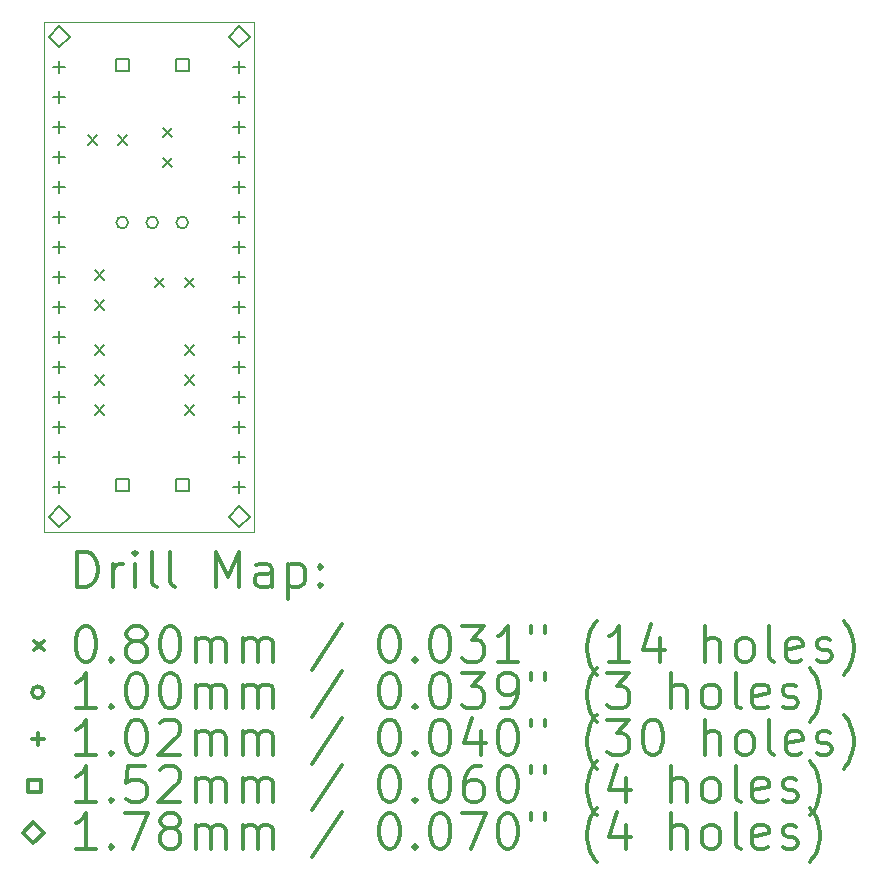
<source format=gbr>
%FSLAX45Y45*%
G04 Gerber Fmt 4.5, Leading zero omitted, Abs format (unit mm)*
G04 Created by KiCad (PCBNEW (5.1.5)-3) date 2020-04-12 12:52:30*
%MOMM*%
%LPD*%
G04 APERTURE LIST*
%TA.AperFunction,Profile*%
%ADD10C,0.100000*%
%TD*%
%ADD11C,0.200000*%
%ADD12C,0.300000*%
G04 APERTURE END LIST*
D10*
X13817600Y-6743700D02*
X13817600Y-11061700D01*
X15595600Y-6743700D02*
X13817600Y-6743700D01*
X15595600Y-11061700D02*
X15595600Y-6743700D01*
X13817600Y-11061700D02*
X15595600Y-11061700D01*
D11*
X14755500Y-8913500D02*
X14835500Y-8993500D01*
X14835500Y-8913500D02*
X14755500Y-8993500D01*
X14819000Y-7643500D02*
X14899000Y-7723500D01*
X14899000Y-7643500D02*
X14819000Y-7723500D01*
X14819000Y-7897500D02*
X14899000Y-7977500D01*
X14899000Y-7897500D02*
X14819000Y-7977500D01*
X14188000Y-7707000D02*
X14268000Y-7787000D01*
X14268000Y-7707000D02*
X14188000Y-7787000D01*
X14438000Y-7707000D02*
X14518000Y-7787000D01*
X14518000Y-7707000D02*
X14438000Y-7787000D01*
X15009500Y-8913500D02*
X15089500Y-8993500D01*
X15089500Y-8913500D02*
X15009500Y-8993500D01*
X14247500Y-9485000D02*
X14327500Y-9565000D01*
X14327500Y-9485000D02*
X14247500Y-9565000D01*
X14247500Y-9739000D02*
X14327500Y-9819000D01*
X14327500Y-9739000D02*
X14247500Y-9819000D01*
X14247500Y-9993000D02*
X14327500Y-10073000D01*
X14327500Y-9993000D02*
X14247500Y-10073000D01*
X15009500Y-9485000D02*
X15089500Y-9565000D01*
X15089500Y-9485000D02*
X15009500Y-9565000D01*
X15009500Y-9739000D02*
X15089500Y-9819000D01*
X15089500Y-9739000D02*
X15009500Y-9819000D01*
X15009500Y-9993000D02*
X15089500Y-10073000D01*
X15089500Y-9993000D02*
X15009500Y-10073000D01*
X14247500Y-8850000D02*
X14327500Y-8930000D01*
X14327500Y-8850000D02*
X14247500Y-8930000D01*
X14247500Y-9104000D02*
X14327500Y-9184000D01*
X14327500Y-9104000D02*
X14247500Y-9184000D01*
X14528000Y-8445500D02*
G75*
G03X14528000Y-8445500I-50000J0D01*
G01*
X14782000Y-8445500D02*
G75*
G03X14782000Y-8445500I-50000J0D01*
G01*
X15036000Y-8445500D02*
G75*
G03X15036000Y-8445500I-50000J0D01*
G01*
X13944600Y-7073900D02*
X13944600Y-7175500D01*
X13893800Y-7124700D02*
X13995400Y-7124700D01*
X13944600Y-7327900D02*
X13944600Y-7429500D01*
X13893800Y-7378700D02*
X13995400Y-7378700D01*
X13944600Y-7581900D02*
X13944600Y-7683500D01*
X13893800Y-7632700D02*
X13995400Y-7632700D01*
X13944600Y-7835900D02*
X13944600Y-7937500D01*
X13893800Y-7886700D02*
X13995400Y-7886700D01*
X13944600Y-8089900D02*
X13944600Y-8191500D01*
X13893800Y-8140700D02*
X13995400Y-8140700D01*
X13944600Y-8343900D02*
X13944600Y-8445500D01*
X13893800Y-8394700D02*
X13995400Y-8394700D01*
X13944600Y-8597900D02*
X13944600Y-8699500D01*
X13893800Y-8648700D02*
X13995400Y-8648700D01*
X13944600Y-8851900D02*
X13944600Y-8953500D01*
X13893800Y-8902700D02*
X13995400Y-8902700D01*
X13944600Y-9105900D02*
X13944600Y-9207500D01*
X13893800Y-9156700D02*
X13995400Y-9156700D01*
X13944600Y-9359900D02*
X13944600Y-9461500D01*
X13893800Y-9410700D02*
X13995400Y-9410700D01*
X13944600Y-9613900D02*
X13944600Y-9715500D01*
X13893800Y-9664700D02*
X13995400Y-9664700D01*
X13944600Y-9867900D02*
X13944600Y-9969500D01*
X13893800Y-9918700D02*
X13995400Y-9918700D01*
X13944600Y-10121900D02*
X13944600Y-10223500D01*
X13893800Y-10172700D02*
X13995400Y-10172700D01*
X13944600Y-10375900D02*
X13944600Y-10477500D01*
X13893800Y-10426700D02*
X13995400Y-10426700D01*
X13944600Y-10629900D02*
X13944600Y-10731500D01*
X13893800Y-10680700D02*
X13995400Y-10680700D01*
X15468600Y-7073900D02*
X15468600Y-7175500D01*
X15417800Y-7124700D02*
X15519400Y-7124700D01*
X15468600Y-7327900D02*
X15468600Y-7429500D01*
X15417800Y-7378700D02*
X15519400Y-7378700D01*
X15468600Y-7581900D02*
X15468600Y-7683500D01*
X15417800Y-7632700D02*
X15519400Y-7632700D01*
X15468600Y-7835900D02*
X15468600Y-7937500D01*
X15417800Y-7886700D02*
X15519400Y-7886700D01*
X15468600Y-8089900D02*
X15468600Y-8191500D01*
X15417800Y-8140700D02*
X15519400Y-8140700D01*
X15468600Y-8343900D02*
X15468600Y-8445500D01*
X15417800Y-8394700D02*
X15519400Y-8394700D01*
X15468600Y-8597900D02*
X15468600Y-8699500D01*
X15417800Y-8648700D02*
X15519400Y-8648700D01*
X15468600Y-8851900D02*
X15468600Y-8953500D01*
X15417800Y-8902700D02*
X15519400Y-8902700D01*
X15468600Y-9105900D02*
X15468600Y-9207500D01*
X15417800Y-9156700D02*
X15519400Y-9156700D01*
X15468600Y-9359900D02*
X15468600Y-9461500D01*
X15417800Y-9410700D02*
X15519400Y-9410700D01*
X15468600Y-9613900D02*
X15468600Y-9715500D01*
X15417800Y-9664700D02*
X15519400Y-9664700D01*
X15468600Y-9867900D02*
X15468600Y-9969500D01*
X15417800Y-9918700D02*
X15519400Y-9918700D01*
X15468600Y-10121900D02*
X15468600Y-10223500D01*
X15417800Y-10172700D02*
X15519400Y-10172700D01*
X15468600Y-10375900D02*
X15468600Y-10477500D01*
X15417800Y-10426700D02*
X15519400Y-10426700D01*
X15468600Y-10629900D02*
X15468600Y-10731500D01*
X15417800Y-10680700D02*
X15519400Y-10680700D01*
X14531741Y-10721741D02*
X14531741Y-10614259D01*
X14424259Y-10614259D01*
X14424259Y-10721741D01*
X14531741Y-10721741D01*
X15039741Y-10721741D02*
X15039741Y-10614259D01*
X14932259Y-10614259D01*
X14932259Y-10721741D01*
X15039741Y-10721741D01*
X14531741Y-7165741D02*
X14531741Y-7058259D01*
X14424259Y-7058259D01*
X14424259Y-7165741D01*
X14531741Y-7165741D01*
X15039741Y-7165741D02*
X15039741Y-7058259D01*
X14932259Y-7058259D01*
X14932259Y-7165741D01*
X15039741Y-7165741D01*
X15468600Y-6959600D02*
X15557500Y-6870700D01*
X15468600Y-6781800D01*
X15379700Y-6870700D01*
X15468600Y-6959600D01*
X13944600Y-6959600D02*
X14033500Y-6870700D01*
X13944600Y-6781800D01*
X13855700Y-6870700D01*
X13944600Y-6959600D01*
X15468600Y-11023600D02*
X15557500Y-10934700D01*
X15468600Y-10845800D01*
X15379700Y-10934700D01*
X15468600Y-11023600D01*
X13944600Y-11023600D02*
X14033500Y-10934700D01*
X13944600Y-10845800D01*
X13855700Y-10934700D01*
X13944600Y-11023600D01*
D12*
X14099028Y-11532414D02*
X14099028Y-11232414D01*
X14170457Y-11232414D01*
X14213314Y-11246700D01*
X14241886Y-11275271D01*
X14256171Y-11303843D01*
X14270457Y-11360986D01*
X14270457Y-11403843D01*
X14256171Y-11460986D01*
X14241886Y-11489557D01*
X14213314Y-11518129D01*
X14170457Y-11532414D01*
X14099028Y-11532414D01*
X14399028Y-11532414D02*
X14399028Y-11332414D01*
X14399028Y-11389557D02*
X14413314Y-11360986D01*
X14427600Y-11346700D01*
X14456171Y-11332414D01*
X14484743Y-11332414D01*
X14584743Y-11532414D02*
X14584743Y-11332414D01*
X14584743Y-11232414D02*
X14570457Y-11246700D01*
X14584743Y-11260986D01*
X14599028Y-11246700D01*
X14584743Y-11232414D01*
X14584743Y-11260986D01*
X14770457Y-11532414D02*
X14741886Y-11518129D01*
X14727600Y-11489557D01*
X14727600Y-11232414D01*
X14927600Y-11532414D02*
X14899028Y-11518129D01*
X14884743Y-11489557D01*
X14884743Y-11232414D01*
X15270457Y-11532414D02*
X15270457Y-11232414D01*
X15370457Y-11446700D01*
X15470457Y-11232414D01*
X15470457Y-11532414D01*
X15741886Y-11532414D02*
X15741886Y-11375271D01*
X15727600Y-11346700D01*
X15699028Y-11332414D01*
X15641886Y-11332414D01*
X15613314Y-11346700D01*
X15741886Y-11518129D02*
X15713314Y-11532414D01*
X15641886Y-11532414D01*
X15613314Y-11518129D01*
X15599028Y-11489557D01*
X15599028Y-11460986D01*
X15613314Y-11432414D01*
X15641886Y-11418129D01*
X15713314Y-11418129D01*
X15741886Y-11403843D01*
X15884743Y-11332414D02*
X15884743Y-11632414D01*
X15884743Y-11346700D02*
X15913314Y-11332414D01*
X15970457Y-11332414D01*
X15999028Y-11346700D01*
X16013314Y-11360986D01*
X16027600Y-11389557D01*
X16027600Y-11475271D01*
X16013314Y-11503843D01*
X15999028Y-11518129D01*
X15970457Y-11532414D01*
X15913314Y-11532414D01*
X15884743Y-11518129D01*
X16156171Y-11503843D02*
X16170457Y-11518129D01*
X16156171Y-11532414D01*
X16141886Y-11518129D01*
X16156171Y-11503843D01*
X16156171Y-11532414D01*
X16156171Y-11346700D02*
X16170457Y-11360986D01*
X16156171Y-11375271D01*
X16141886Y-11360986D01*
X16156171Y-11346700D01*
X16156171Y-11375271D01*
X13732600Y-11986700D02*
X13812600Y-12066700D01*
X13812600Y-11986700D02*
X13732600Y-12066700D01*
X14156171Y-11862414D02*
X14184743Y-11862414D01*
X14213314Y-11876700D01*
X14227600Y-11890986D01*
X14241886Y-11919557D01*
X14256171Y-11976700D01*
X14256171Y-12048129D01*
X14241886Y-12105271D01*
X14227600Y-12133843D01*
X14213314Y-12148129D01*
X14184743Y-12162414D01*
X14156171Y-12162414D01*
X14127600Y-12148129D01*
X14113314Y-12133843D01*
X14099028Y-12105271D01*
X14084743Y-12048129D01*
X14084743Y-11976700D01*
X14099028Y-11919557D01*
X14113314Y-11890986D01*
X14127600Y-11876700D01*
X14156171Y-11862414D01*
X14384743Y-12133843D02*
X14399028Y-12148129D01*
X14384743Y-12162414D01*
X14370457Y-12148129D01*
X14384743Y-12133843D01*
X14384743Y-12162414D01*
X14570457Y-11990986D02*
X14541886Y-11976700D01*
X14527600Y-11962414D01*
X14513314Y-11933843D01*
X14513314Y-11919557D01*
X14527600Y-11890986D01*
X14541886Y-11876700D01*
X14570457Y-11862414D01*
X14627600Y-11862414D01*
X14656171Y-11876700D01*
X14670457Y-11890986D01*
X14684743Y-11919557D01*
X14684743Y-11933843D01*
X14670457Y-11962414D01*
X14656171Y-11976700D01*
X14627600Y-11990986D01*
X14570457Y-11990986D01*
X14541886Y-12005271D01*
X14527600Y-12019557D01*
X14513314Y-12048129D01*
X14513314Y-12105271D01*
X14527600Y-12133843D01*
X14541886Y-12148129D01*
X14570457Y-12162414D01*
X14627600Y-12162414D01*
X14656171Y-12148129D01*
X14670457Y-12133843D01*
X14684743Y-12105271D01*
X14684743Y-12048129D01*
X14670457Y-12019557D01*
X14656171Y-12005271D01*
X14627600Y-11990986D01*
X14870457Y-11862414D02*
X14899028Y-11862414D01*
X14927600Y-11876700D01*
X14941886Y-11890986D01*
X14956171Y-11919557D01*
X14970457Y-11976700D01*
X14970457Y-12048129D01*
X14956171Y-12105271D01*
X14941886Y-12133843D01*
X14927600Y-12148129D01*
X14899028Y-12162414D01*
X14870457Y-12162414D01*
X14841886Y-12148129D01*
X14827600Y-12133843D01*
X14813314Y-12105271D01*
X14799028Y-12048129D01*
X14799028Y-11976700D01*
X14813314Y-11919557D01*
X14827600Y-11890986D01*
X14841886Y-11876700D01*
X14870457Y-11862414D01*
X15099028Y-12162414D02*
X15099028Y-11962414D01*
X15099028Y-11990986D02*
X15113314Y-11976700D01*
X15141886Y-11962414D01*
X15184743Y-11962414D01*
X15213314Y-11976700D01*
X15227600Y-12005271D01*
X15227600Y-12162414D01*
X15227600Y-12005271D02*
X15241886Y-11976700D01*
X15270457Y-11962414D01*
X15313314Y-11962414D01*
X15341886Y-11976700D01*
X15356171Y-12005271D01*
X15356171Y-12162414D01*
X15499028Y-12162414D02*
X15499028Y-11962414D01*
X15499028Y-11990986D02*
X15513314Y-11976700D01*
X15541886Y-11962414D01*
X15584743Y-11962414D01*
X15613314Y-11976700D01*
X15627600Y-12005271D01*
X15627600Y-12162414D01*
X15627600Y-12005271D02*
X15641886Y-11976700D01*
X15670457Y-11962414D01*
X15713314Y-11962414D01*
X15741886Y-11976700D01*
X15756171Y-12005271D01*
X15756171Y-12162414D01*
X16341886Y-11848129D02*
X16084743Y-12233843D01*
X16727600Y-11862414D02*
X16756171Y-11862414D01*
X16784743Y-11876700D01*
X16799028Y-11890986D01*
X16813314Y-11919557D01*
X16827600Y-11976700D01*
X16827600Y-12048129D01*
X16813314Y-12105271D01*
X16799028Y-12133843D01*
X16784743Y-12148129D01*
X16756171Y-12162414D01*
X16727600Y-12162414D01*
X16699028Y-12148129D01*
X16684743Y-12133843D01*
X16670457Y-12105271D01*
X16656171Y-12048129D01*
X16656171Y-11976700D01*
X16670457Y-11919557D01*
X16684743Y-11890986D01*
X16699028Y-11876700D01*
X16727600Y-11862414D01*
X16956171Y-12133843D02*
X16970457Y-12148129D01*
X16956171Y-12162414D01*
X16941886Y-12148129D01*
X16956171Y-12133843D01*
X16956171Y-12162414D01*
X17156171Y-11862414D02*
X17184743Y-11862414D01*
X17213314Y-11876700D01*
X17227600Y-11890986D01*
X17241886Y-11919557D01*
X17256171Y-11976700D01*
X17256171Y-12048129D01*
X17241886Y-12105271D01*
X17227600Y-12133843D01*
X17213314Y-12148129D01*
X17184743Y-12162414D01*
X17156171Y-12162414D01*
X17127600Y-12148129D01*
X17113314Y-12133843D01*
X17099028Y-12105271D01*
X17084743Y-12048129D01*
X17084743Y-11976700D01*
X17099028Y-11919557D01*
X17113314Y-11890986D01*
X17127600Y-11876700D01*
X17156171Y-11862414D01*
X17356171Y-11862414D02*
X17541886Y-11862414D01*
X17441886Y-11976700D01*
X17484743Y-11976700D01*
X17513314Y-11990986D01*
X17527600Y-12005271D01*
X17541886Y-12033843D01*
X17541886Y-12105271D01*
X17527600Y-12133843D01*
X17513314Y-12148129D01*
X17484743Y-12162414D01*
X17399028Y-12162414D01*
X17370457Y-12148129D01*
X17356171Y-12133843D01*
X17827600Y-12162414D02*
X17656171Y-12162414D01*
X17741886Y-12162414D02*
X17741886Y-11862414D01*
X17713314Y-11905271D01*
X17684743Y-11933843D01*
X17656171Y-11948129D01*
X17941886Y-11862414D02*
X17941886Y-11919557D01*
X18056171Y-11862414D02*
X18056171Y-11919557D01*
X18499028Y-12276700D02*
X18484743Y-12262414D01*
X18456171Y-12219557D01*
X18441886Y-12190986D01*
X18427600Y-12148129D01*
X18413314Y-12076700D01*
X18413314Y-12019557D01*
X18427600Y-11948129D01*
X18441886Y-11905271D01*
X18456171Y-11876700D01*
X18484743Y-11833843D01*
X18499028Y-11819557D01*
X18770457Y-12162414D02*
X18599028Y-12162414D01*
X18684743Y-12162414D02*
X18684743Y-11862414D01*
X18656171Y-11905271D01*
X18627600Y-11933843D01*
X18599028Y-11948129D01*
X19027600Y-11962414D02*
X19027600Y-12162414D01*
X18956171Y-11848129D02*
X18884743Y-12062414D01*
X19070457Y-12062414D01*
X19413314Y-12162414D02*
X19413314Y-11862414D01*
X19541886Y-12162414D02*
X19541886Y-12005271D01*
X19527600Y-11976700D01*
X19499028Y-11962414D01*
X19456171Y-11962414D01*
X19427600Y-11976700D01*
X19413314Y-11990986D01*
X19727600Y-12162414D02*
X19699028Y-12148129D01*
X19684743Y-12133843D01*
X19670457Y-12105271D01*
X19670457Y-12019557D01*
X19684743Y-11990986D01*
X19699028Y-11976700D01*
X19727600Y-11962414D01*
X19770457Y-11962414D01*
X19799028Y-11976700D01*
X19813314Y-11990986D01*
X19827600Y-12019557D01*
X19827600Y-12105271D01*
X19813314Y-12133843D01*
X19799028Y-12148129D01*
X19770457Y-12162414D01*
X19727600Y-12162414D01*
X19999028Y-12162414D02*
X19970457Y-12148129D01*
X19956171Y-12119557D01*
X19956171Y-11862414D01*
X20227600Y-12148129D02*
X20199028Y-12162414D01*
X20141886Y-12162414D01*
X20113314Y-12148129D01*
X20099028Y-12119557D01*
X20099028Y-12005271D01*
X20113314Y-11976700D01*
X20141886Y-11962414D01*
X20199028Y-11962414D01*
X20227600Y-11976700D01*
X20241886Y-12005271D01*
X20241886Y-12033843D01*
X20099028Y-12062414D01*
X20356171Y-12148129D02*
X20384743Y-12162414D01*
X20441886Y-12162414D01*
X20470457Y-12148129D01*
X20484743Y-12119557D01*
X20484743Y-12105271D01*
X20470457Y-12076700D01*
X20441886Y-12062414D01*
X20399028Y-12062414D01*
X20370457Y-12048129D01*
X20356171Y-12019557D01*
X20356171Y-12005271D01*
X20370457Y-11976700D01*
X20399028Y-11962414D01*
X20441886Y-11962414D01*
X20470457Y-11976700D01*
X20584743Y-12276700D02*
X20599028Y-12262414D01*
X20627600Y-12219557D01*
X20641886Y-12190986D01*
X20656171Y-12148129D01*
X20670457Y-12076700D01*
X20670457Y-12019557D01*
X20656171Y-11948129D01*
X20641886Y-11905271D01*
X20627600Y-11876700D01*
X20599028Y-11833843D01*
X20584743Y-11819557D01*
X13812600Y-12422700D02*
G75*
G03X13812600Y-12422700I-50000J0D01*
G01*
X14256171Y-12558414D02*
X14084743Y-12558414D01*
X14170457Y-12558414D02*
X14170457Y-12258414D01*
X14141886Y-12301271D01*
X14113314Y-12329843D01*
X14084743Y-12344129D01*
X14384743Y-12529843D02*
X14399028Y-12544129D01*
X14384743Y-12558414D01*
X14370457Y-12544129D01*
X14384743Y-12529843D01*
X14384743Y-12558414D01*
X14584743Y-12258414D02*
X14613314Y-12258414D01*
X14641886Y-12272700D01*
X14656171Y-12286986D01*
X14670457Y-12315557D01*
X14684743Y-12372700D01*
X14684743Y-12444129D01*
X14670457Y-12501271D01*
X14656171Y-12529843D01*
X14641886Y-12544129D01*
X14613314Y-12558414D01*
X14584743Y-12558414D01*
X14556171Y-12544129D01*
X14541886Y-12529843D01*
X14527600Y-12501271D01*
X14513314Y-12444129D01*
X14513314Y-12372700D01*
X14527600Y-12315557D01*
X14541886Y-12286986D01*
X14556171Y-12272700D01*
X14584743Y-12258414D01*
X14870457Y-12258414D02*
X14899028Y-12258414D01*
X14927600Y-12272700D01*
X14941886Y-12286986D01*
X14956171Y-12315557D01*
X14970457Y-12372700D01*
X14970457Y-12444129D01*
X14956171Y-12501271D01*
X14941886Y-12529843D01*
X14927600Y-12544129D01*
X14899028Y-12558414D01*
X14870457Y-12558414D01*
X14841886Y-12544129D01*
X14827600Y-12529843D01*
X14813314Y-12501271D01*
X14799028Y-12444129D01*
X14799028Y-12372700D01*
X14813314Y-12315557D01*
X14827600Y-12286986D01*
X14841886Y-12272700D01*
X14870457Y-12258414D01*
X15099028Y-12558414D02*
X15099028Y-12358414D01*
X15099028Y-12386986D02*
X15113314Y-12372700D01*
X15141886Y-12358414D01*
X15184743Y-12358414D01*
X15213314Y-12372700D01*
X15227600Y-12401271D01*
X15227600Y-12558414D01*
X15227600Y-12401271D02*
X15241886Y-12372700D01*
X15270457Y-12358414D01*
X15313314Y-12358414D01*
X15341886Y-12372700D01*
X15356171Y-12401271D01*
X15356171Y-12558414D01*
X15499028Y-12558414D02*
X15499028Y-12358414D01*
X15499028Y-12386986D02*
X15513314Y-12372700D01*
X15541886Y-12358414D01*
X15584743Y-12358414D01*
X15613314Y-12372700D01*
X15627600Y-12401271D01*
X15627600Y-12558414D01*
X15627600Y-12401271D02*
X15641886Y-12372700D01*
X15670457Y-12358414D01*
X15713314Y-12358414D01*
X15741886Y-12372700D01*
X15756171Y-12401271D01*
X15756171Y-12558414D01*
X16341886Y-12244129D02*
X16084743Y-12629843D01*
X16727600Y-12258414D02*
X16756171Y-12258414D01*
X16784743Y-12272700D01*
X16799028Y-12286986D01*
X16813314Y-12315557D01*
X16827600Y-12372700D01*
X16827600Y-12444129D01*
X16813314Y-12501271D01*
X16799028Y-12529843D01*
X16784743Y-12544129D01*
X16756171Y-12558414D01*
X16727600Y-12558414D01*
X16699028Y-12544129D01*
X16684743Y-12529843D01*
X16670457Y-12501271D01*
X16656171Y-12444129D01*
X16656171Y-12372700D01*
X16670457Y-12315557D01*
X16684743Y-12286986D01*
X16699028Y-12272700D01*
X16727600Y-12258414D01*
X16956171Y-12529843D02*
X16970457Y-12544129D01*
X16956171Y-12558414D01*
X16941886Y-12544129D01*
X16956171Y-12529843D01*
X16956171Y-12558414D01*
X17156171Y-12258414D02*
X17184743Y-12258414D01*
X17213314Y-12272700D01*
X17227600Y-12286986D01*
X17241886Y-12315557D01*
X17256171Y-12372700D01*
X17256171Y-12444129D01*
X17241886Y-12501271D01*
X17227600Y-12529843D01*
X17213314Y-12544129D01*
X17184743Y-12558414D01*
X17156171Y-12558414D01*
X17127600Y-12544129D01*
X17113314Y-12529843D01*
X17099028Y-12501271D01*
X17084743Y-12444129D01*
X17084743Y-12372700D01*
X17099028Y-12315557D01*
X17113314Y-12286986D01*
X17127600Y-12272700D01*
X17156171Y-12258414D01*
X17356171Y-12258414D02*
X17541886Y-12258414D01*
X17441886Y-12372700D01*
X17484743Y-12372700D01*
X17513314Y-12386986D01*
X17527600Y-12401271D01*
X17541886Y-12429843D01*
X17541886Y-12501271D01*
X17527600Y-12529843D01*
X17513314Y-12544129D01*
X17484743Y-12558414D01*
X17399028Y-12558414D01*
X17370457Y-12544129D01*
X17356171Y-12529843D01*
X17684743Y-12558414D02*
X17741886Y-12558414D01*
X17770457Y-12544129D01*
X17784743Y-12529843D01*
X17813314Y-12486986D01*
X17827600Y-12429843D01*
X17827600Y-12315557D01*
X17813314Y-12286986D01*
X17799028Y-12272700D01*
X17770457Y-12258414D01*
X17713314Y-12258414D01*
X17684743Y-12272700D01*
X17670457Y-12286986D01*
X17656171Y-12315557D01*
X17656171Y-12386986D01*
X17670457Y-12415557D01*
X17684743Y-12429843D01*
X17713314Y-12444129D01*
X17770457Y-12444129D01*
X17799028Y-12429843D01*
X17813314Y-12415557D01*
X17827600Y-12386986D01*
X17941886Y-12258414D02*
X17941886Y-12315557D01*
X18056171Y-12258414D02*
X18056171Y-12315557D01*
X18499028Y-12672700D02*
X18484743Y-12658414D01*
X18456171Y-12615557D01*
X18441886Y-12586986D01*
X18427600Y-12544129D01*
X18413314Y-12472700D01*
X18413314Y-12415557D01*
X18427600Y-12344129D01*
X18441886Y-12301271D01*
X18456171Y-12272700D01*
X18484743Y-12229843D01*
X18499028Y-12215557D01*
X18584743Y-12258414D02*
X18770457Y-12258414D01*
X18670457Y-12372700D01*
X18713314Y-12372700D01*
X18741886Y-12386986D01*
X18756171Y-12401271D01*
X18770457Y-12429843D01*
X18770457Y-12501271D01*
X18756171Y-12529843D01*
X18741886Y-12544129D01*
X18713314Y-12558414D01*
X18627600Y-12558414D01*
X18599028Y-12544129D01*
X18584743Y-12529843D01*
X19127600Y-12558414D02*
X19127600Y-12258414D01*
X19256171Y-12558414D02*
X19256171Y-12401271D01*
X19241886Y-12372700D01*
X19213314Y-12358414D01*
X19170457Y-12358414D01*
X19141886Y-12372700D01*
X19127600Y-12386986D01*
X19441886Y-12558414D02*
X19413314Y-12544129D01*
X19399028Y-12529843D01*
X19384743Y-12501271D01*
X19384743Y-12415557D01*
X19399028Y-12386986D01*
X19413314Y-12372700D01*
X19441886Y-12358414D01*
X19484743Y-12358414D01*
X19513314Y-12372700D01*
X19527600Y-12386986D01*
X19541886Y-12415557D01*
X19541886Y-12501271D01*
X19527600Y-12529843D01*
X19513314Y-12544129D01*
X19484743Y-12558414D01*
X19441886Y-12558414D01*
X19713314Y-12558414D02*
X19684743Y-12544129D01*
X19670457Y-12515557D01*
X19670457Y-12258414D01*
X19941886Y-12544129D02*
X19913314Y-12558414D01*
X19856171Y-12558414D01*
X19827600Y-12544129D01*
X19813314Y-12515557D01*
X19813314Y-12401271D01*
X19827600Y-12372700D01*
X19856171Y-12358414D01*
X19913314Y-12358414D01*
X19941886Y-12372700D01*
X19956171Y-12401271D01*
X19956171Y-12429843D01*
X19813314Y-12458414D01*
X20070457Y-12544129D02*
X20099028Y-12558414D01*
X20156171Y-12558414D01*
X20184743Y-12544129D01*
X20199028Y-12515557D01*
X20199028Y-12501271D01*
X20184743Y-12472700D01*
X20156171Y-12458414D01*
X20113314Y-12458414D01*
X20084743Y-12444129D01*
X20070457Y-12415557D01*
X20070457Y-12401271D01*
X20084743Y-12372700D01*
X20113314Y-12358414D01*
X20156171Y-12358414D01*
X20184743Y-12372700D01*
X20299028Y-12672700D02*
X20313314Y-12658414D01*
X20341886Y-12615557D01*
X20356171Y-12586986D01*
X20370457Y-12544129D01*
X20384743Y-12472700D01*
X20384743Y-12415557D01*
X20370457Y-12344129D01*
X20356171Y-12301271D01*
X20341886Y-12272700D01*
X20313314Y-12229843D01*
X20299028Y-12215557D01*
X13761800Y-12767900D02*
X13761800Y-12869500D01*
X13711000Y-12818700D02*
X13812600Y-12818700D01*
X14256171Y-12954414D02*
X14084743Y-12954414D01*
X14170457Y-12954414D02*
X14170457Y-12654414D01*
X14141886Y-12697271D01*
X14113314Y-12725843D01*
X14084743Y-12740129D01*
X14384743Y-12925843D02*
X14399028Y-12940129D01*
X14384743Y-12954414D01*
X14370457Y-12940129D01*
X14384743Y-12925843D01*
X14384743Y-12954414D01*
X14584743Y-12654414D02*
X14613314Y-12654414D01*
X14641886Y-12668700D01*
X14656171Y-12682986D01*
X14670457Y-12711557D01*
X14684743Y-12768700D01*
X14684743Y-12840129D01*
X14670457Y-12897271D01*
X14656171Y-12925843D01*
X14641886Y-12940129D01*
X14613314Y-12954414D01*
X14584743Y-12954414D01*
X14556171Y-12940129D01*
X14541886Y-12925843D01*
X14527600Y-12897271D01*
X14513314Y-12840129D01*
X14513314Y-12768700D01*
X14527600Y-12711557D01*
X14541886Y-12682986D01*
X14556171Y-12668700D01*
X14584743Y-12654414D01*
X14799028Y-12682986D02*
X14813314Y-12668700D01*
X14841886Y-12654414D01*
X14913314Y-12654414D01*
X14941886Y-12668700D01*
X14956171Y-12682986D01*
X14970457Y-12711557D01*
X14970457Y-12740129D01*
X14956171Y-12782986D01*
X14784743Y-12954414D01*
X14970457Y-12954414D01*
X15099028Y-12954414D02*
X15099028Y-12754414D01*
X15099028Y-12782986D02*
X15113314Y-12768700D01*
X15141886Y-12754414D01*
X15184743Y-12754414D01*
X15213314Y-12768700D01*
X15227600Y-12797271D01*
X15227600Y-12954414D01*
X15227600Y-12797271D02*
X15241886Y-12768700D01*
X15270457Y-12754414D01*
X15313314Y-12754414D01*
X15341886Y-12768700D01*
X15356171Y-12797271D01*
X15356171Y-12954414D01*
X15499028Y-12954414D02*
X15499028Y-12754414D01*
X15499028Y-12782986D02*
X15513314Y-12768700D01*
X15541886Y-12754414D01*
X15584743Y-12754414D01*
X15613314Y-12768700D01*
X15627600Y-12797271D01*
X15627600Y-12954414D01*
X15627600Y-12797271D02*
X15641886Y-12768700D01*
X15670457Y-12754414D01*
X15713314Y-12754414D01*
X15741886Y-12768700D01*
X15756171Y-12797271D01*
X15756171Y-12954414D01*
X16341886Y-12640129D02*
X16084743Y-13025843D01*
X16727600Y-12654414D02*
X16756171Y-12654414D01*
X16784743Y-12668700D01*
X16799028Y-12682986D01*
X16813314Y-12711557D01*
X16827600Y-12768700D01*
X16827600Y-12840129D01*
X16813314Y-12897271D01*
X16799028Y-12925843D01*
X16784743Y-12940129D01*
X16756171Y-12954414D01*
X16727600Y-12954414D01*
X16699028Y-12940129D01*
X16684743Y-12925843D01*
X16670457Y-12897271D01*
X16656171Y-12840129D01*
X16656171Y-12768700D01*
X16670457Y-12711557D01*
X16684743Y-12682986D01*
X16699028Y-12668700D01*
X16727600Y-12654414D01*
X16956171Y-12925843D02*
X16970457Y-12940129D01*
X16956171Y-12954414D01*
X16941886Y-12940129D01*
X16956171Y-12925843D01*
X16956171Y-12954414D01*
X17156171Y-12654414D02*
X17184743Y-12654414D01*
X17213314Y-12668700D01*
X17227600Y-12682986D01*
X17241886Y-12711557D01*
X17256171Y-12768700D01*
X17256171Y-12840129D01*
X17241886Y-12897271D01*
X17227600Y-12925843D01*
X17213314Y-12940129D01*
X17184743Y-12954414D01*
X17156171Y-12954414D01*
X17127600Y-12940129D01*
X17113314Y-12925843D01*
X17099028Y-12897271D01*
X17084743Y-12840129D01*
X17084743Y-12768700D01*
X17099028Y-12711557D01*
X17113314Y-12682986D01*
X17127600Y-12668700D01*
X17156171Y-12654414D01*
X17513314Y-12754414D02*
X17513314Y-12954414D01*
X17441886Y-12640129D02*
X17370457Y-12854414D01*
X17556171Y-12854414D01*
X17727600Y-12654414D02*
X17756171Y-12654414D01*
X17784743Y-12668700D01*
X17799028Y-12682986D01*
X17813314Y-12711557D01*
X17827600Y-12768700D01*
X17827600Y-12840129D01*
X17813314Y-12897271D01*
X17799028Y-12925843D01*
X17784743Y-12940129D01*
X17756171Y-12954414D01*
X17727600Y-12954414D01*
X17699028Y-12940129D01*
X17684743Y-12925843D01*
X17670457Y-12897271D01*
X17656171Y-12840129D01*
X17656171Y-12768700D01*
X17670457Y-12711557D01*
X17684743Y-12682986D01*
X17699028Y-12668700D01*
X17727600Y-12654414D01*
X17941886Y-12654414D02*
X17941886Y-12711557D01*
X18056171Y-12654414D02*
X18056171Y-12711557D01*
X18499028Y-13068700D02*
X18484743Y-13054414D01*
X18456171Y-13011557D01*
X18441886Y-12982986D01*
X18427600Y-12940129D01*
X18413314Y-12868700D01*
X18413314Y-12811557D01*
X18427600Y-12740129D01*
X18441886Y-12697271D01*
X18456171Y-12668700D01*
X18484743Y-12625843D01*
X18499028Y-12611557D01*
X18584743Y-12654414D02*
X18770457Y-12654414D01*
X18670457Y-12768700D01*
X18713314Y-12768700D01*
X18741886Y-12782986D01*
X18756171Y-12797271D01*
X18770457Y-12825843D01*
X18770457Y-12897271D01*
X18756171Y-12925843D01*
X18741886Y-12940129D01*
X18713314Y-12954414D01*
X18627600Y-12954414D01*
X18599028Y-12940129D01*
X18584743Y-12925843D01*
X18956171Y-12654414D02*
X18984743Y-12654414D01*
X19013314Y-12668700D01*
X19027600Y-12682986D01*
X19041886Y-12711557D01*
X19056171Y-12768700D01*
X19056171Y-12840129D01*
X19041886Y-12897271D01*
X19027600Y-12925843D01*
X19013314Y-12940129D01*
X18984743Y-12954414D01*
X18956171Y-12954414D01*
X18927600Y-12940129D01*
X18913314Y-12925843D01*
X18899028Y-12897271D01*
X18884743Y-12840129D01*
X18884743Y-12768700D01*
X18899028Y-12711557D01*
X18913314Y-12682986D01*
X18927600Y-12668700D01*
X18956171Y-12654414D01*
X19413314Y-12954414D02*
X19413314Y-12654414D01*
X19541886Y-12954414D02*
X19541886Y-12797271D01*
X19527600Y-12768700D01*
X19499028Y-12754414D01*
X19456171Y-12754414D01*
X19427600Y-12768700D01*
X19413314Y-12782986D01*
X19727600Y-12954414D02*
X19699028Y-12940129D01*
X19684743Y-12925843D01*
X19670457Y-12897271D01*
X19670457Y-12811557D01*
X19684743Y-12782986D01*
X19699028Y-12768700D01*
X19727600Y-12754414D01*
X19770457Y-12754414D01*
X19799028Y-12768700D01*
X19813314Y-12782986D01*
X19827600Y-12811557D01*
X19827600Y-12897271D01*
X19813314Y-12925843D01*
X19799028Y-12940129D01*
X19770457Y-12954414D01*
X19727600Y-12954414D01*
X19999028Y-12954414D02*
X19970457Y-12940129D01*
X19956171Y-12911557D01*
X19956171Y-12654414D01*
X20227600Y-12940129D02*
X20199028Y-12954414D01*
X20141886Y-12954414D01*
X20113314Y-12940129D01*
X20099028Y-12911557D01*
X20099028Y-12797271D01*
X20113314Y-12768700D01*
X20141886Y-12754414D01*
X20199028Y-12754414D01*
X20227600Y-12768700D01*
X20241886Y-12797271D01*
X20241886Y-12825843D01*
X20099028Y-12854414D01*
X20356171Y-12940129D02*
X20384743Y-12954414D01*
X20441886Y-12954414D01*
X20470457Y-12940129D01*
X20484743Y-12911557D01*
X20484743Y-12897271D01*
X20470457Y-12868700D01*
X20441886Y-12854414D01*
X20399028Y-12854414D01*
X20370457Y-12840129D01*
X20356171Y-12811557D01*
X20356171Y-12797271D01*
X20370457Y-12768700D01*
X20399028Y-12754414D01*
X20441886Y-12754414D01*
X20470457Y-12768700D01*
X20584743Y-13068700D02*
X20599028Y-13054414D01*
X20627600Y-13011557D01*
X20641886Y-12982986D01*
X20656171Y-12940129D01*
X20670457Y-12868700D01*
X20670457Y-12811557D01*
X20656171Y-12740129D01*
X20641886Y-12697271D01*
X20627600Y-12668700D01*
X20599028Y-12625843D01*
X20584743Y-12611557D01*
X13790340Y-13268441D02*
X13790340Y-13160959D01*
X13682859Y-13160959D01*
X13682859Y-13268441D01*
X13790340Y-13268441D01*
X14256171Y-13350414D02*
X14084743Y-13350414D01*
X14170457Y-13350414D02*
X14170457Y-13050414D01*
X14141886Y-13093271D01*
X14113314Y-13121843D01*
X14084743Y-13136129D01*
X14384743Y-13321843D02*
X14399028Y-13336129D01*
X14384743Y-13350414D01*
X14370457Y-13336129D01*
X14384743Y-13321843D01*
X14384743Y-13350414D01*
X14670457Y-13050414D02*
X14527600Y-13050414D01*
X14513314Y-13193271D01*
X14527600Y-13178986D01*
X14556171Y-13164700D01*
X14627600Y-13164700D01*
X14656171Y-13178986D01*
X14670457Y-13193271D01*
X14684743Y-13221843D01*
X14684743Y-13293271D01*
X14670457Y-13321843D01*
X14656171Y-13336129D01*
X14627600Y-13350414D01*
X14556171Y-13350414D01*
X14527600Y-13336129D01*
X14513314Y-13321843D01*
X14799028Y-13078986D02*
X14813314Y-13064700D01*
X14841886Y-13050414D01*
X14913314Y-13050414D01*
X14941886Y-13064700D01*
X14956171Y-13078986D01*
X14970457Y-13107557D01*
X14970457Y-13136129D01*
X14956171Y-13178986D01*
X14784743Y-13350414D01*
X14970457Y-13350414D01*
X15099028Y-13350414D02*
X15099028Y-13150414D01*
X15099028Y-13178986D02*
X15113314Y-13164700D01*
X15141886Y-13150414D01*
X15184743Y-13150414D01*
X15213314Y-13164700D01*
X15227600Y-13193271D01*
X15227600Y-13350414D01*
X15227600Y-13193271D02*
X15241886Y-13164700D01*
X15270457Y-13150414D01*
X15313314Y-13150414D01*
X15341886Y-13164700D01*
X15356171Y-13193271D01*
X15356171Y-13350414D01*
X15499028Y-13350414D02*
X15499028Y-13150414D01*
X15499028Y-13178986D02*
X15513314Y-13164700D01*
X15541886Y-13150414D01*
X15584743Y-13150414D01*
X15613314Y-13164700D01*
X15627600Y-13193271D01*
X15627600Y-13350414D01*
X15627600Y-13193271D02*
X15641886Y-13164700D01*
X15670457Y-13150414D01*
X15713314Y-13150414D01*
X15741886Y-13164700D01*
X15756171Y-13193271D01*
X15756171Y-13350414D01*
X16341886Y-13036129D02*
X16084743Y-13421843D01*
X16727600Y-13050414D02*
X16756171Y-13050414D01*
X16784743Y-13064700D01*
X16799028Y-13078986D01*
X16813314Y-13107557D01*
X16827600Y-13164700D01*
X16827600Y-13236129D01*
X16813314Y-13293271D01*
X16799028Y-13321843D01*
X16784743Y-13336129D01*
X16756171Y-13350414D01*
X16727600Y-13350414D01*
X16699028Y-13336129D01*
X16684743Y-13321843D01*
X16670457Y-13293271D01*
X16656171Y-13236129D01*
X16656171Y-13164700D01*
X16670457Y-13107557D01*
X16684743Y-13078986D01*
X16699028Y-13064700D01*
X16727600Y-13050414D01*
X16956171Y-13321843D02*
X16970457Y-13336129D01*
X16956171Y-13350414D01*
X16941886Y-13336129D01*
X16956171Y-13321843D01*
X16956171Y-13350414D01*
X17156171Y-13050414D02*
X17184743Y-13050414D01*
X17213314Y-13064700D01*
X17227600Y-13078986D01*
X17241886Y-13107557D01*
X17256171Y-13164700D01*
X17256171Y-13236129D01*
X17241886Y-13293271D01*
X17227600Y-13321843D01*
X17213314Y-13336129D01*
X17184743Y-13350414D01*
X17156171Y-13350414D01*
X17127600Y-13336129D01*
X17113314Y-13321843D01*
X17099028Y-13293271D01*
X17084743Y-13236129D01*
X17084743Y-13164700D01*
X17099028Y-13107557D01*
X17113314Y-13078986D01*
X17127600Y-13064700D01*
X17156171Y-13050414D01*
X17513314Y-13050414D02*
X17456171Y-13050414D01*
X17427600Y-13064700D01*
X17413314Y-13078986D01*
X17384743Y-13121843D01*
X17370457Y-13178986D01*
X17370457Y-13293271D01*
X17384743Y-13321843D01*
X17399028Y-13336129D01*
X17427600Y-13350414D01*
X17484743Y-13350414D01*
X17513314Y-13336129D01*
X17527600Y-13321843D01*
X17541886Y-13293271D01*
X17541886Y-13221843D01*
X17527600Y-13193271D01*
X17513314Y-13178986D01*
X17484743Y-13164700D01*
X17427600Y-13164700D01*
X17399028Y-13178986D01*
X17384743Y-13193271D01*
X17370457Y-13221843D01*
X17727600Y-13050414D02*
X17756171Y-13050414D01*
X17784743Y-13064700D01*
X17799028Y-13078986D01*
X17813314Y-13107557D01*
X17827600Y-13164700D01*
X17827600Y-13236129D01*
X17813314Y-13293271D01*
X17799028Y-13321843D01*
X17784743Y-13336129D01*
X17756171Y-13350414D01*
X17727600Y-13350414D01*
X17699028Y-13336129D01*
X17684743Y-13321843D01*
X17670457Y-13293271D01*
X17656171Y-13236129D01*
X17656171Y-13164700D01*
X17670457Y-13107557D01*
X17684743Y-13078986D01*
X17699028Y-13064700D01*
X17727600Y-13050414D01*
X17941886Y-13050414D02*
X17941886Y-13107557D01*
X18056171Y-13050414D02*
X18056171Y-13107557D01*
X18499028Y-13464700D02*
X18484743Y-13450414D01*
X18456171Y-13407557D01*
X18441886Y-13378986D01*
X18427600Y-13336129D01*
X18413314Y-13264700D01*
X18413314Y-13207557D01*
X18427600Y-13136129D01*
X18441886Y-13093271D01*
X18456171Y-13064700D01*
X18484743Y-13021843D01*
X18499028Y-13007557D01*
X18741886Y-13150414D02*
X18741886Y-13350414D01*
X18670457Y-13036129D02*
X18599028Y-13250414D01*
X18784743Y-13250414D01*
X19127600Y-13350414D02*
X19127600Y-13050414D01*
X19256171Y-13350414D02*
X19256171Y-13193271D01*
X19241886Y-13164700D01*
X19213314Y-13150414D01*
X19170457Y-13150414D01*
X19141886Y-13164700D01*
X19127600Y-13178986D01*
X19441886Y-13350414D02*
X19413314Y-13336129D01*
X19399028Y-13321843D01*
X19384743Y-13293271D01*
X19384743Y-13207557D01*
X19399028Y-13178986D01*
X19413314Y-13164700D01*
X19441886Y-13150414D01*
X19484743Y-13150414D01*
X19513314Y-13164700D01*
X19527600Y-13178986D01*
X19541886Y-13207557D01*
X19541886Y-13293271D01*
X19527600Y-13321843D01*
X19513314Y-13336129D01*
X19484743Y-13350414D01*
X19441886Y-13350414D01*
X19713314Y-13350414D02*
X19684743Y-13336129D01*
X19670457Y-13307557D01*
X19670457Y-13050414D01*
X19941886Y-13336129D02*
X19913314Y-13350414D01*
X19856171Y-13350414D01*
X19827600Y-13336129D01*
X19813314Y-13307557D01*
X19813314Y-13193271D01*
X19827600Y-13164700D01*
X19856171Y-13150414D01*
X19913314Y-13150414D01*
X19941886Y-13164700D01*
X19956171Y-13193271D01*
X19956171Y-13221843D01*
X19813314Y-13250414D01*
X20070457Y-13336129D02*
X20099028Y-13350414D01*
X20156171Y-13350414D01*
X20184743Y-13336129D01*
X20199028Y-13307557D01*
X20199028Y-13293271D01*
X20184743Y-13264700D01*
X20156171Y-13250414D01*
X20113314Y-13250414D01*
X20084743Y-13236129D01*
X20070457Y-13207557D01*
X20070457Y-13193271D01*
X20084743Y-13164700D01*
X20113314Y-13150414D01*
X20156171Y-13150414D01*
X20184743Y-13164700D01*
X20299028Y-13464700D02*
X20313314Y-13450414D01*
X20341886Y-13407557D01*
X20356171Y-13378986D01*
X20370457Y-13336129D01*
X20384743Y-13264700D01*
X20384743Y-13207557D01*
X20370457Y-13136129D01*
X20356171Y-13093271D01*
X20341886Y-13064700D01*
X20313314Y-13021843D01*
X20299028Y-13007557D01*
X13723700Y-13699600D02*
X13812600Y-13610700D01*
X13723700Y-13521800D01*
X13634800Y-13610700D01*
X13723700Y-13699600D01*
X14256171Y-13746414D02*
X14084743Y-13746414D01*
X14170457Y-13746414D02*
X14170457Y-13446414D01*
X14141886Y-13489271D01*
X14113314Y-13517843D01*
X14084743Y-13532129D01*
X14384743Y-13717843D02*
X14399028Y-13732129D01*
X14384743Y-13746414D01*
X14370457Y-13732129D01*
X14384743Y-13717843D01*
X14384743Y-13746414D01*
X14499028Y-13446414D02*
X14699028Y-13446414D01*
X14570457Y-13746414D01*
X14856171Y-13574986D02*
X14827600Y-13560700D01*
X14813314Y-13546414D01*
X14799028Y-13517843D01*
X14799028Y-13503557D01*
X14813314Y-13474986D01*
X14827600Y-13460700D01*
X14856171Y-13446414D01*
X14913314Y-13446414D01*
X14941886Y-13460700D01*
X14956171Y-13474986D01*
X14970457Y-13503557D01*
X14970457Y-13517843D01*
X14956171Y-13546414D01*
X14941886Y-13560700D01*
X14913314Y-13574986D01*
X14856171Y-13574986D01*
X14827600Y-13589271D01*
X14813314Y-13603557D01*
X14799028Y-13632129D01*
X14799028Y-13689271D01*
X14813314Y-13717843D01*
X14827600Y-13732129D01*
X14856171Y-13746414D01*
X14913314Y-13746414D01*
X14941886Y-13732129D01*
X14956171Y-13717843D01*
X14970457Y-13689271D01*
X14970457Y-13632129D01*
X14956171Y-13603557D01*
X14941886Y-13589271D01*
X14913314Y-13574986D01*
X15099028Y-13746414D02*
X15099028Y-13546414D01*
X15099028Y-13574986D02*
X15113314Y-13560700D01*
X15141886Y-13546414D01*
X15184743Y-13546414D01*
X15213314Y-13560700D01*
X15227600Y-13589271D01*
X15227600Y-13746414D01*
X15227600Y-13589271D02*
X15241886Y-13560700D01*
X15270457Y-13546414D01*
X15313314Y-13546414D01*
X15341886Y-13560700D01*
X15356171Y-13589271D01*
X15356171Y-13746414D01*
X15499028Y-13746414D02*
X15499028Y-13546414D01*
X15499028Y-13574986D02*
X15513314Y-13560700D01*
X15541886Y-13546414D01*
X15584743Y-13546414D01*
X15613314Y-13560700D01*
X15627600Y-13589271D01*
X15627600Y-13746414D01*
X15627600Y-13589271D02*
X15641886Y-13560700D01*
X15670457Y-13546414D01*
X15713314Y-13546414D01*
X15741886Y-13560700D01*
X15756171Y-13589271D01*
X15756171Y-13746414D01*
X16341886Y-13432129D02*
X16084743Y-13817843D01*
X16727600Y-13446414D02*
X16756171Y-13446414D01*
X16784743Y-13460700D01*
X16799028Y-13474986D01*
X16813314Y-13503557D01*
X16827600Y-13560700D01*
X16827600Y-13632129D01*
X16813314Y-13689271D01*
X16799028Y-13717843D01*
X16784743Y-13732129D01*
X16756171Y-13746414D01*
X16727600Y-13746414D01*
X16699028Y-13732129D01*
X16684743Y-13717843D01*
X16670457Y-13689271D01*
X16656171Y-13632129D01*
X16656171Y-13560700D01*
X16670457Y-13503557D01*
X16684743Y-13474986D01*
X16699028Y-13460700D01*
X16727600Y-13446414D01*
X16956171Y-13717843D02*
X16970457Y-13732129D01*
X16956171Y-13746414D01*
X16941886Y-13732129D01*
X16956171Y-13717843D01*
X16956171Y-13746414D01*
X17156171Y-13446414D02*
X17184743Y-13446414D01*
X17213314Y-13460700D01*
X17227600Y-13474986D01*
X17241886Y-13503557D01*
X17256171Y-13560700D01*
X17256171Y-13632129D01*
X17241886Y-13689271D01*
X17227600Y-13717843D01*
X17213314Y-13732129D01*
X17184743Y-13746414D01*
X17156171Y-13746414D01*
X17127600Y-13732129D01*
X17113314Y-13717843D01*
X17099028Y-13689271D01*
X17084743Y-13632129D01*
X17084743Y-13560700D01*
X17099028Y-13503557D01*
X17113314Y-13474986D01*
X17127600Y-13460700D01*
X17156171Y-13446414D01*
X17356171Y-13446414D02*
X17556171Y-13446414D01*
X17427600Y-13746414D01*
X17727600Y-13446414D02*
X17756171Y-13446414D01*
X17784743Y-13460700D01*
X17799028Y-13474986D01*
X17813314Y-13503557D01*
X17827600Y-13560700D01*
X17827600Y-13632129D01*
X17813314Y-13689271D01*
X17799028Y-13717843D01*
X17784743Y-13732129D01*
X17756171Y-13746414D01*
X17727600Y-13746414D01*
X17699028Y-13732129D01*
X17684743Y-13717843D01*
X17670457Y-13689271D01*
X17656171Y-13632129D01*
X17656171Y-13560700D01*
X17670457Y-13503557D01*
X17684743Y-13474986D01*
X17699028Y-13460700D01*
X17727600Y-13446414D01*
X17941886Y-13446414D02*
X17941886Y-13503557D01*
X18056171Y-13446414D02*
X18056171Y-13503557D01*
X18499028Y-13860700D02*
X18484743Y-13846414D01*
X18456171Y-13803557D01*
X18441886Y-13774986D01*
X18427600Y-13732129D01*
X18413314Y-13660700D01*
X18413314Y-13603557D01*
X18427600Y-13532129D01*
X18441886Y-13489271D01*
X18456171Y-13460700D01*
X18484743Y-13417843D01*
X18499028Y-13403557D01*
X18741886Y-13546414D02*
X18741886Y-13746414D01*
X18670457Y-13432129D02*
X18599028Y-13646414D01*
X18784743Y-13646414D01*
X19127600Y-13746414D02*
X19127600Y-13446414D01*
X19256171Y-13746414D02*
X19256171Y-13589271D01*
X19241886Y-13560700D01*
X19213314Y-13546414D01*
X19170457Y-13546414D01*
X19141886Y-13560700D01*
X19127600Y-13574986D01*
X19441886Y-13746414D02*
X19413314Y-13732129D01*
X19399028Y-13717843D01*
X19384743Y-13689271D01*
X19384743Y-13603557D01*
X19399028Y-13574986D01*
X19413314Y-13560700D01*
X19441886Y-13546414D01*
X19484743Y-13546414D01*
X19513314Y-13560700D01*
X19527600Y-13574986D01*
X19541886Y-13603557D01*
X19541886Y-13689271D01*
X19527600Y-13717843D01*
X19513314Y-13732129D01*
X19484743Y-13746414D01*
X19441886Y-13746414D01*
X19713314Y-13746414D02*
X19684743Y-13732129D01*
X19670457Y-13703557D01*
X19670457Y-13446414D01*
X19941886Y-13732129D02*
X19913314Y-13746414D01*
X19856171Y-13746414D01*
X19827600Y-13732129D01*
X19813314Y-13703557D01*
X19813314Y-13589271D01*
X19827600Y-13560700D01*
X19856171Y-13546414D01*
X19913314Y-13546414D01*
X19941886Y-13560700D01*
X19956171Y-13589271D01*
X19956171Y-13617843D01*
X19813314Y-13646414D01*
X20070457Y-13732129D02*
X20099028Y-13746414D01*
X20156171Y-13746414D01*
X20184743Y-13732129D01*
X20199028Y-13703557D01*
X20199028Y-13689271D01*
X20184743Y-13660700D01*
X20156171Y-13646414D01*
X20113314Y-13646414D01*
X20084743Y-13632129D01*
X20070457Y-13603557D01*
X20070457Y-13589271D01*
X20084743Y-13560700D01*
X20113314Y-13546414D01*
X20156171Y-13546414D01*
X20184743Y-13560700D01*
X20299028Y-13860700D02*
X20313314Y-13846414D01*
X20341886Y-13803557D01*
X20356171Y-13774986D01*
X20370457Y-13732129D01*
X20384743Y-13660700D01*
X20384743Y-13603557D01*
X20370457Y-13532129D01*
X20356171Y-13489271D01*
X20341886Y-13460700D01*
X20313314Y-13417843D01*
X20299028Y-13403557D01*
M02*

</source>
